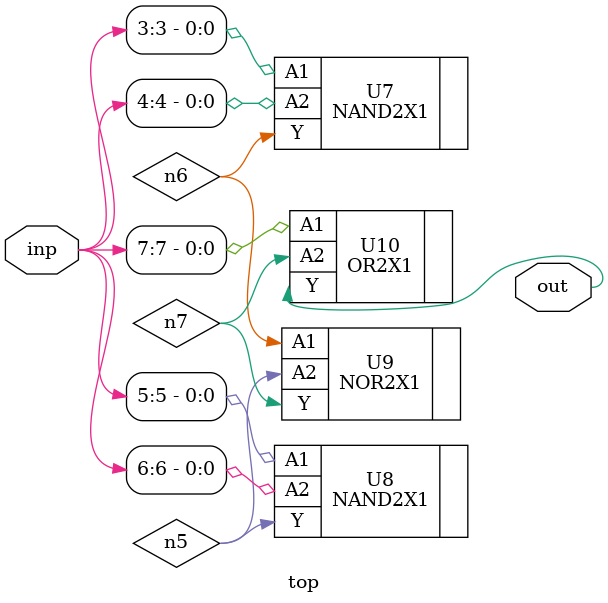
<source format=sv>


module top ( inp, out );
  input [7:0] inp;
  output out;
  wire   n5, n6, n7;

  NAND2X1 U7 ( .A1(inp[3]), .A2(inp[4]), .Y(n6) );
  NAND2X1 U8 ( .A1(inp[5]), .A2(inp[6]), .Y(n5) );
  NOR2X1 U9 ( .A1(n6), .A2(n5), .Y(n7) );
  OR2X1 U10 ( .A1(inp[7]), .A2(n7), .Y(out) );
endmodule


</source>
